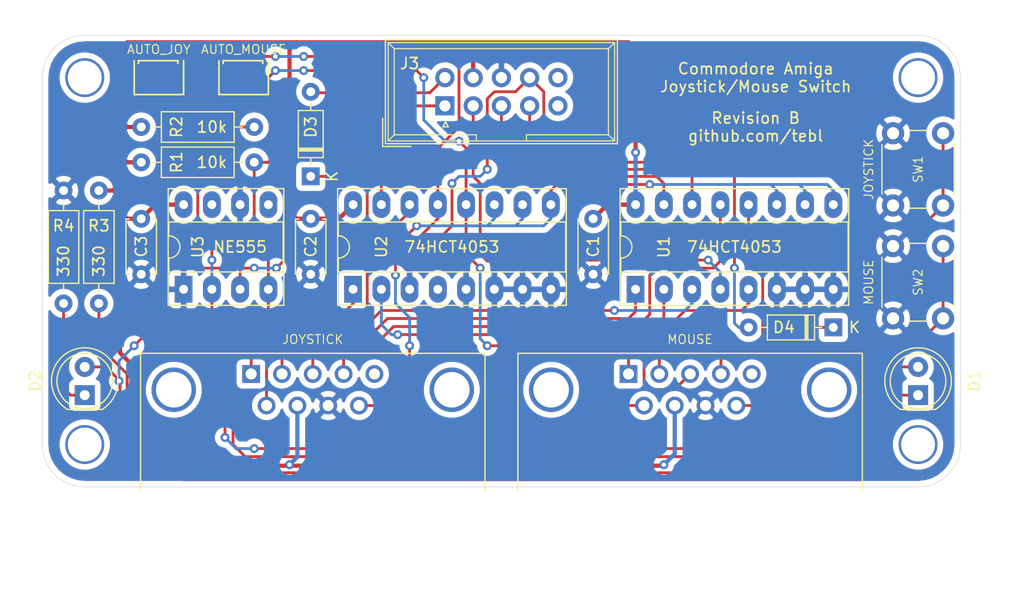
<source format=kicad_pcb>
(kicad_pcb (version 20171130) (host pcbnew "(5.1.8)-1")
  (layers (0 F.Cu signal) (31 B.Cu signal) (34 B.Paste user) (35 F.Paste user) (36 B.SilkS user) (37 F.SilkS user) (38 B.Mask user) (39 F.Mask user) (44 Edge.Cuts user))
  (net 0 "")
  (net 1 /FIRE1)
  (net 2 /RIGHT)
  (net 3 /LEFT)
  (net 4 /DOWN)
  (net 5 /FIRE2)
  (net 6 /UP)
  (net 7 VCC)
  (net 8 GND)
  (net 9 "Net-(D1-Pad2)")
  (net 10 PORT)
  (net 11 "Net-(D2-Pad1)")
  (net 12 /V)
  (net 13 /H)
  (net 14 /VQ)
  (net 15 /HQ)
  (net 16 /LMB)
  (net 17 /RMB)
  (net 18 "Net-(J3-Pad1)")
  (net 19 "Net-(J3-Pad2)")
  (net 20 "Net-(J3-Pad3)")
  (net 21 "Net-(J3-Pad4)")
  (net 22 "Net-(JP1-Pad2)")
  (net 23 "Net-(JP2-Pad2)")
  (net 24 "Net-(D3-Pad1)")
  (net 25 "Net-(D3-Pad2)")
  (module solder_bridge:bridge (layer F.Cu) (at 117.475 75.565 270)
    (fp_text reference JP2 hide)
    (fp_text value AUTO_MOUSE)
    (pad 1 smd rect (at 0 0 270) (size 2 1.5) (layers F.Cu F.Paste F.Mask) (net 16 /LMB))
    (pad 2 smd rect (at 0 1.905 270) (size 2 1.5) (layers F.Cu F.Paste F.Mask) (net 23 "Net-(JP2-Pad2)"))
  )
  (module Capacitor_THT:C_Disc_D4.7mm_W2.5mm_P5.00mm (layer F.Cu) (at 107.315 88.265 270)
    (fp_text reference C3 (at 2.5 0 90) (layer F.SilkS))
    (fp_text value 100nF)
    (pad 1 thru_hole circle (at 0 0 270) (size 1.6 1.6) (drill 0.8) (layers *.Cu *.Mask) (net 7 VCC))
    (pad 2 thru_hole circle (at 5 0 270) (size 1.6 1.6) (drill 0.8) (layers *.Cu *.Mask) (net 8 GND))
  )
  (module IDC_Joystick:IDC_Joystick (layer F.Cu) (at 134.62 78.105 90)
    (fp_text reference J3 (at 3.81 -3.175 180) (layer F.SilkS))
    (fp_text value "Amiga IDC")
    (pad 1 thru_hole rect (at 0 0 90) (size 1.7272 1.7272) (drill 1.016) (layers *.Cu *.Mask) (net 18 "Net-(J3-Pad1)"))
    (pad 2 thru_hole oval (at 0 2.54 90) (size 1.7272 1.7272) (drill 1.016) (layers *.Cu *.Mask) (net 19 "Net-(J3-Pad2)"))
    (pad 3 thru_hole oval (at 0 5.08 90) (size 1.7272 1.7272) (drill 1.016) (layers *.Cu *.Mask) (net 20 "Net-(J3-Pad3)"))
    (pad 4 thru_hole oval (at 0 7.62 90) (size 1.7272 1.7272) (drill 1.016) (layers *.Cu *.Mask) (net 21 "Net-(J3-Pad4)"))
    (pad 5 thru_hole oval (at 0 10.16 90) (size 1.7272 1.7272) (drill 1.016) (layers *.Cu *.Mask))
    (pad 6 thru_hole oval (at 2.54 0 90) (size 1.7272 1.7272) (drill 1.016) (layers *.Cu *.Mask) (net 25 "Net-(D3-Pad2)"))
    (pad 7 thru_hole oval (at 2.54 2.54 90) (size 1.7272 1.7272) (drill 1.016) (layers *.Cu *.Mask) (net 7 VCC))
    (pad 8 thru_hole oval (at 2.54 5.08 90) (size 1.7272 1.7272) (drill 1.016) (layers *.Cu *.Mask) (net 8 GND))
    (pad 9 thru_hole oval (at 2.54 7.62 90) (size 1.7272 1.7272) (drill 1.016) (layers *.Cu *.Mask) (net 5 /FIRE2))
    (pad 10 thru_hole oval (at 2.54 10.16 90) (size 1.7272 1.7272) (drill 1.016) (layers *.Cu *.Mask))
  )
  (module mounting:M3_pin (layer F.Cu) (at 102.235 108.585)
    (fp_text reference M1 hide)
    (fp_text value Mounting hide)
    (pad 1 thru_hole circle (at 0 0) (size 3.5 3.5) (drill 3.048) (layers *.Cu *.Mask))
  )
  (module mounting:M3_pin (layer F.Cu) (at 177.165 75.565)
    (fp_text reference M2 hide)
    (fp_text value Mounting hide)
    (pad 1 thru_hole circle (at 0 0) (size 3.5 3.5) (drill 3.048) (layers *.Cu *.Mask))
  )
  (module mounting:M3_pin (layer F.Cu) (at 102.235 75.565)
    (fp_text reference M3 hide)
    (fp_text value Mounting hide)
    (pad 1 thru_hole circle (at 0 0) (size 3.5 3.5) (drill 3.048) (layers *.Cu *.Mask))
  )
  (module mounting:M3_pin (layer F.Cu) (at 177.165 108.585)
    (fp_text reference M4 hide)
    (fp_text value Mounting hide)
    (pad 1 thru_hole circle (at 0 0) (size 3.5 3.5) (drill 3.048) (layers *.Cu *.Mask))
  )
  (module Capacitor_THT:C_Disc_D4.7mm_W2.5mm_P5.00mm (layer F.Cu) (at 147.955 88.265 270)
    (fp_text reference C1 (at 2.5 0 90) (layer F.SilkS))
    (fp_text value 100nF)
    (pad 1 thru_hole circle (at 0 0 270) (size 1.6 1.6) (drill 0.8) (layers *.Cu *.Mask) (net 7 VCC))
    (pad 2 thru_hole circle (at 5 0 270) (size 1.6 1.6) (drill 0.8) (layers *.Cu *.Mask) (net 8 GND))
  )
  (module Capacitor_THT:C_Disc_D4.7mm_W2.5mm_P5.00mm (layer F.Cu) (at 122.555 88.265 270)
    (fp_text reference C2 (at 2.5 0 90) (layer F.SilkS))
    (fp_text value 100nF)
    (pad 2 thru_hole circle (at 5 0 270) (size 1.6 1.6) (drill 0.8) (layers *.Cu *.Mask) (net 8 GND))
    (pad 1 thru_hole circle (at 0 0 270) (size 1.6 1.6) (drill 0.8) (layers *.Cu *.Mask) (net 7 VCC))
  )
  (module LED_THT:LED_D5.0mm (layer F.Cu) (at 177.165 104.14 90)
    (fp_text reference D1 (at 1.27 5.08 90) (layer F.SilkS))
    (fp_text value MOUSE)
    (pad 2 thru_hole circle (at 2.54 0 90) (size 1.8 1.8) (drill 0.9) (layers *.Cu *.Mask) (net 9 "Net-(D1-Pad2)"))
    (pad 1 thru_hole rect (at 0 0 90) (size 1.8 1.8) (drill 0.9) (layers *.Cu *.Mask) (net 10 PORT))
  )
  (module LED_THT:LED_D5.0mm (layer F.Cu) (at 102.235 104.14 90)
    (fp_text reference D2 (at 1.27 -4.445 90) (layer F.SilkS))
    (fp_text value JOYSTICK)
    (pad 1 thru_hole rect (at 0 0 90) (size 1.8 1.8) (drill 0.9) (layers *.Cu *.Mask) (net 11 "Net-(D2-Pad1)"))
    (pad 2 thru_hole circle (at 2.54 0 90) (size 1.8 1.8) (drill 0.9) (layers *.Cu *.Mask) (net 10 PORT))
  )
  (module RND:DSUB-9_Male_Horizontal_P2.77x2.84mm_EdgePinOffset7.70mm_Housed_MountingHolesOffset9.12mm (layer F.Cu) (at 117.2 102.235)
    (fp_text reference J1 hide)
    (fp_text value JOYSTICK)
    (pad 0 thru_hole circle (at 18.04 1.42) (size 4 4) (drill 3.2) (layers *.Cu *.Mask))
    (pad 0 thru_hole circle (at -6.96 1.42) (size 4 4) (drill 3.2) (layers *.Cu *.Mask))
    (pad 9 thru_hole circle (at 9.695 2.84) (size 1.6 1.6) (drill 1) (layers *.Cu *.Mask) (net 5 /FIRE2))
    (pad 8 thru_hole circle (at 6.925 2.84) (size 1.6 1.6) (drill 1) (layers *.Cu *.Mask) (net 8 GND))
    (pad 7 thru_hole circle (at 4.155 2.84) (size 1.6 1.6) (drill 1) (layers *.Cu *.Mask) (net 7 VCC))
    (pad 6 thru_hole circle (at 1.385 2.84) (size 1.6 1.6) (drill 1) (layers *.Cu *.Mask) (net 1 /FIRE1))
    (pad 5 thru_hole circle (at 11.08 0) (size 1.6 1.6) (drill 1) (layers *.Cu *.Mask))
    (pad 4 thru_hole circle (at 8.31 0) (size 1.6 1.6) (drill 1) (layers *.Cu *.Mask) (net 2 /RIGHT))
    (pad 3 thru_hole circle (at 5.54 0) (size 1.6 1.6) (drill 1) (layers *.Cu *.Mask) (net 3 /LEFT))
    (pad 2 thru_hole circle (at 2.77 0) (size 1.6 1.6) (drill 1) (layers *.Cu *.Mask) (net 4 /DOWN))
    (pad 1 thru_hole rect (at 0 0) (size 1.6 1.6) (drill 1) (layers *.Cu *.Mask) (net 6 /UP))
  )
  (module RND:DSUB-9_Male_Horizontal_P2.77x2.84mm_EdgePinOffset7.70mm_Housed_MountingHolesOffset9.12mm (layer F.Cu) (at 151.13 102.235)
    (fp_text reference J2 hide)
    (fp_text value Mouse)
    (pad 1 thru_hole rect (at 0 0) (size 1.6 1.6) (drill 1) (layers *.Cu *.Mask) (net 12 /V))
    (pad 2 thru_hole circle (at 2.77 0) (size 1.6 1.6) (drill 1) (layers *.Cu *.Mask) (net 13 /H))
    (pad 3 thru_hole circle (at 5.54 0) (size 1.6 1.6) (drill 1) (layers *.Cu *.Mask) (net 14 /VQ))
    (pad 4 thru_hole circle (at 8.31 0) (size 1.6 1.6) (drill 1) (layers *.Cu *.Mask) (net 15 /HQ))
    (pad 5 thru_hole circle (at 11.08 0) (size 1.6 1.6) (drill 1) (layers *.Cu *.Mask))
    (pad 6 thru_hole circle (at 1.385 2.84) (size 1.6 1.6) (drill 1) (layers *.Cu *.Mask) (net 16 /LMB))
    (pad 7 thru_hole circle (at 4.155 2.84) (size 1.6 1.6) (drill 1) (layers *.Cu *.Mask) (net 7 VCC))
    (pad 8 thru_hole circle (at 6.925 2.84) (size 1.6 1.6) (drill 1) (layers *.Cu *.Mask) (net 8 GND))
    (pad 9 thru_hole circle (at 9.695 2.84) (size 1.6 1.6) (drill 1) (layers *.Cu *.Mask) (net 17 /RMB))
    (pad 0 thru_hole circle (at -6.96 1.42) (size 4 4) (drill 3.2) (layers *.Cu *.Mask))
    (pad 0 thru_hole circle (at 18.04 1.42) (size 4 4) (drill 3.2) (layers *.Cu *.Mask))
  )
  (module solder_bridge:bridge (layer F.Cu) (at 109.855 75.565 270)
    (fp_text reference JP1 hide)
    (fp_text value AUTO_JOY)
    (pad 2 smd rect (at 0 1.905 270) (size 2 1.5) (layers F.Cu F.Paste F.Mask) (net 22 "Net-(JP1-Pad2)"))
    (pad 1 smd rect (at 0 0 270) (size 2 1.5) (layers F.Cu F.Paste F.Mask) (net 1 /FIRE1))
  )
  (module Resistor_THT:R_Axial_DIN0207_L6.3mm_D2.5mm_P10.16mm_Horizontal (layer F.Cu) (at 117.475 83.185 180)
    (fp_text reference R1 (at 6.985 0 90) (layer F.SilkS))
    (fp_text value 10k (at 3.81 0) (layer F.SilkS))
    (pad 2 thru_hole oval (at 10.16 0 180) (size 1.6 1.6) (drill 0.8) (layers *.Cu *.Mask) (net 7 VCC))
    (pad 1 thru_hole circle (at 0 0 180) (size 1.6 1.6) (drill 0.8) (layers *.Cu *.Mask) (net 23 "Net-(JP2-Pad2)"))
  )
  (module Resistor_THT:R_Axial_DIN0207_L6.3mm_D2.5mm_P10.16mm_Horizontal (layer F.Cu) (at 117.475 80.01 180)
    (fp_text reference R2 (at 6.985 0 90) (layer F.SilkS))
    (fp_text value 10k (at 3.81 0) (layer F.SilkS))
    (pad 1 thru_hole circle (at 0 0 180) (size 1.6 1.6) (drill 0.8) (layers *.Cu *.Mask) (net 22 "Net-(JP1-Pad2)"))
    (pad 2 thru_hole oval (at 10.16 0 180) (size 1.6 1.6) (drill 0.8) (layers *.Cu *.Mask) (net 7 VCC))
  )
  (module Resistor_THT:R_Axial_DIN0207_L6.3mm_D2.5mm_P10.16mm_Horizontal (layer F.Cu) (at 103.505 95.885 90)
    (fp_text reference R3 (at 6.985 0 180) (layer F.SilkS))
    (fp_text value 330 (at 3.81 0 90) (layer F.SilkS))
    (pad 2 thru_hole oval (at 10.16 0 90) (size 1.6 1.6) (drill 0.8) (layers *.Cu *.Mask) (net 7 VCC))
    (pad 1 thru_hole circle (at 0 0 90) (size 1.6 1.6) (drill 0.8) (layers *.Cu *.Mask) (net 9 "Net-(D1-Pad2)"))
  )
  (module Resistor_THT:R_Axial_DIN0207_L6.3mm_D2.5mm_P10.16mm_Horizontal (layer F.Cu) (at 100.33 85.725 270)
    (fp_text reference R4 (at 3.175 0 180) (layer F.SilkS))
    (fp_text value 330 (at 6.35 0 90) (layer F.SilkS))
    (pad 1 thru_hole circle (at 0 0 270) (size 1.6 1.6) (drill 0.8) (layers *.Cu *.Mask) (net 8 GND))
    (pad 2 thru_hole oval (at 10.16 0 270) (size 1.6 1.6) (drill 0.8) (layers *.Cu *.Mask) (net 11 "Net-(D2-Pad1)"))
  )
  (module Package_DIP:DIP-16_W7.62mm_Socket_LongPads (layer F.Cu) (at 151.765 94.615 90)
    (fp_text reference U1 (at 3.81 2.54 270) (layer F.SilkS))
    (fp_text value 74HCT4053 (at 3.81 8.89 180) (layer F.SilkS))
    (pad 16 thru_hole oval (at 7.62 0 90) (size 2.4 1.6) (drill 0.8) (layers *.Cu *.Mask) (net 7 VCC))
    (pad 8 thru_hole oval (at 0 17.78 90) (size 2.4 1.6) (drill 0.8) (layers *.Cu *.Mask) (net 8 GND))
    (pad 15 thru_hole oval (at 7.62 2.54 90) (size 2.4 1.6) (drill 0.8) (layers *.Cu *.Mask) (net 20 "Net-(J3-Pad3)"))
    (pad 7 thru_hole oval (at 0 15.24 90) (size 2.4 1.6) (drill 0.8) (layers *.Cu *.Mask) (net 8 GND))
    (pad 14 thru_hole oval (at 7.62 5.08 90) (size 2.4 1.6) (drill 0.8) (layers *.Cu *.Mask) (net 21 "Net-(J3-Pad4)"))
    (pad 6 thru_hole oval (at 0 12.7 90) (size 2.4 1.6) (drill 0.8) (layers *.Cu *.Mask) (net 8 GND))
    (pad 13 thru_hole oval (at 7.62 7.62 90) (size 2.4 1.6) (drill 0.8) (layers *.Cu *.Mask) (net 2 /RIGHT))
    (pad 5 thru_hole oval (at 0 10.16 90) (size 2.4 1.6) (drill 0.8) (layers *.Cu *.Mask) (net 13 /H))
    (pad 12 thru_hole oval (at 7.62 10.16 90) (size 2.4 1.6) (drill 0.8) (layers *.Cu *.Mask) (net 15 /HQ))
    (pad 4 thru_hole oval (at 0 7.62 90) (size 2.4 1.6) (drill 0.8) (layers *.Cu *.Mask) (net 19 "Net-(J3-Pad2)"))
    (pad 11 thru_hole oval (at 7.62 12.7 90) (size 2.4 1.6) (drill 0.8) (layers *.Cu *.Mask) (net 10 PORT))
    (pad 3 thru_hole oval (at 0 5.08 90) (size 2.4 1.6) (drill 0.8) (layers *.Cu *.Mask) (net 4 /DOWN))
    (pad 10 thru_hole oval (at 7.62 15.24 90) (size 2.4 1.6) (drill 0.8) (layers *.Cu *.Mask) (net 10 PORT))
    (pad 2 thru_hole oval (at 0 2.54 90) (size 2.4 1.6) (drill 0.8) (layers *.Cu *.Mask) (net 14 /VQ))
    (pad 9 thru_hole oval (at 7.62 17.78 90) (size 2.4 1.6) (drill 0.8) (layers *.Cu *.Mask) (net 10 PORT))
    (pad 1 thru_hole rect (at 0 0 90) (size 2.4 1.6) (drill 0.8) (layers *.Cu *.Mask) (net 3 /LEFT))
  )
  (module Package_DIP:DIP-16_W7.62mm_Socket_LongPads (layer F.Cu) (at 126.365 94.615 90)
    (fp_text reference U2 (at 3.81 2.54 270) (layer F.SilkS))
    (fp_text value 74HCT4053 (at 3.81 8.89 180) (layer F.SilkS))
    (pad 1 thru_hole rect (at 0 0 90) (size 2.4 1.6) (drill 0.8) (layers *.Cu *.Mask) (net 6 /UP))
    (pad 9 thru_hole oval (at 7.62 17.78 90) (size 2.4 1.6) (drill 0.8) (layers *.Cu *.Mask) (net 10 PORT))
    (pad 2 thru_hole oval (at 0 2.54 90) (size 2.4 1.6) (drill 0.8) (layers *.Cu *.Mask) (net 12 /V))
    (pad 10 thru_hole oval (at 7.62 15.24 90) (size 2.4 1.6) (drill 0.8) (layers *.Cu *.Mask) (net 10 PORT))
    (pad 3 thru_hole oval (at 0 5.08 90) (size 2.4 1.6) (drill 0.8) (layers *.Cu *.Mask) (net 8 GND))
    (pad 11 thru_hole oval (at 7.62 12.7 90) (size 2.4 1.6) (drill 0.8) (layers *.Cu *.Mask) (net 10 PORT))
    (pad 4 thru_hole oval (at 0 7.62 90) (size 2.4 1.6) (drill 0.8) (layers *.Cu *.Mask))
    (pad 12 thru_hole oval (at 7.62 10.16 90) (size 2.4 1.6) (drill 0.8) (layers *.Cu *.Mask) (net 16 /LMB))
    (pad 5 thru_hole oval (at 0 10.16 90) (size 2.4 1.6) (drill 0.8) (layers *.Cu *.Mask) (net 8 GND))
    (pad 13 thru_hole oval (at 7.62 7.62 90) (size 2.4 1.6) (drill 0.8) (layers *.Cu *.Mask) (net 1 /FIRE1))
    (pad 6 thru_hole oval (at 0 12.7 90) (size 2.4 1.6) (drill 0.8) (layers *.Cu *.Mask) (net 8 GND))
    (pad 14 thru_hole oval (at 7.62 5.08 90) (size 2.4 1.6) (drill 0.8) (layers *.Cu *.Mask) (net 24 "Net-(D3-Pad1)"))
    (pad 7 thru_hole oval (at 0 15.24 90) (size 2.4 1.6) (drill 0.8) (layers *.Cu *.Mask) (net 8 GND))
    (pad 15 thru_hole oval (at 7.62 2.54 90) (size 2.4 1.6) (drill 0.8) (layers *.Cu *.Mask) (net 18 "Net-(J3-Pad1)"))
    (pad 8 thru_hole oval (at 0 17.78 90) (size 2.4 1.6) (drill 0.8) (layers *.Cu *.Mask) (net 8 GND))
    (pad 16 thru_hole oval (at 7.62 0 90) (size 2.4 1.6) (drill 0.8) (layers *.Cu *.Mask) (net 7 VCC))
  )
  (module Package_DIP:DIP-8_W7.62mm_Socket_LongPads (layer F.Cu) (at 111.125 94.615 90)
    (fp_text reference U3 (at 3.81 1.27 90) (layer F.SilkS))
    (fp_text value NE555 (at 3.81 5.08 180) (layer F.SilkS))
    (pad 1 thru_hole rect (at 0 0 90) (size 2.4 1.6) (drill 0.8) (layers *.Cu *.Mask) (net 8 GND))
    (pad 5 thru_hole oval (at 7.62 7.62 90) (size 2.4 1.6) (drill 0.8) (layers *.Cu *.Mask))
    (pad 2 thru_hole oval (at 0 2.54 90) (size 2.4 1.6) (drill 0.8) (layers *.Cu *.Mask) (net 22 "Net-(JP1-Pad2)"))
    (pad 6 thru_hole oval (at 7.62 5.08 90) (size 2.4 1.6) (drill 0.8) (layers *.Cu *.Mask) (net 8 GND))
    (pad 3 thru_hole oval (at 0 5.08 90) (size 2.4 1.6) (drill 0.8) (layers *.Cu *.Mask) (net 10 PORT))
    (pad 7 thru_hole oval (at 7.62 2.54 90) (size 2.4 1.6) (drill 0.8) (layers *.Cu *.Mask))
    (pad 4 thru_hole oval (at 0 7.62 90) (size 2.4 1.6) (drill 0.8) (layers *.Cu *.Mask) (net 23 "Net-(JP2-Pad2)"))
    (pad 8 thru_hole oval (at 7.62 0 90) (size 2.4 1.6) (drill 0.8) (layers *.Cu *.Mask) (net 7 VCC))
  )
  (module switch_cutout:SW_PUSH_6mm (layer F.Cu) (at 177.165 83.82 90)
    (fp_text reference SW1 hide)
    (fp_text value JOY_SEL)
    (fp_text user %R (at 0 0 90) (layer F.SilkS) (effects (font (size 0.8 0.8) (thickness 0.1))))
    (pad 2 thru_hole circle (at -3.25 2.25 180) (size 2 2) (drill 1.1) (layers *.Cu *.Mask) (net 22 "Net-(JP1-Pad2)"))
    (pad 1 thru_hole circle (at -3.25 -2.25 180) (size 2 2) (drill 1.1) (layers *.Cu *.Mask) (net 8 GND))
    (pad 2 thru_hole circle (at 3.25 2.25 180) (size 2 2) (drill 1.1) (layers *.Cu *.Mask) (net 22 "Net-(JP1-Pad2)"))
    (pad 1 thru_hole circle (at 3.25 -2.25 180) (size 2 2) (drill 1.1) (layers *.Cu *.Mask) (net 8 GND))
  )
  (module switch_cutout:SW_PUSH_6mm (layer F.Cu) (at 177.165 93.98 90)
    (fp_text reference SW2 hide)
    (fp_text value MOUSE_SEL)
    (fp_text user %R (at 0 0 90) (layer F.SilkS) (effects (font (size 0.8 0.8) (thickness 0.1))))
    (pad 1 thru_hole circle (at 3.25 -2.25 180) (size 2 2) (drill 1.1) (layers *.Cu *.Mask) (net 8 GND))
    (pad 2 thru_hole circle (at 3.25 2.25 180) (size 2 2) (drill 1.1) (layers *.Cu *.Mask) (net 23 "Net-(JP2-Pad2)"))
    (pad 1 thru_hole circle (at -3.25 -2.25 180) (size 2 2) (drill 1.1) (layers *.Cu *.Mask) (net 8 GND))
    (pad 2 thru_hole circle (at -3.25 2.25 180) (size 2 2) (drill 1.1) (layers *.Cu *.Mask) (net 23 "Net-(JP2-Pad2)"))
  )
  (module Diode_THT:D_DO-35_SOD27_P7.62mm_Horizontal (layer F.Cu) (at 122.555 84.455 90)
    (fp_text reference D3 (at 4.445 0 90) (layer F.SilkS))
    (fp_text value 1n4148)
    (fp_text user K (at 0 1.905 90) (layer F.SilkS))
    (pad 1 thru_hole rect (at 0 0 90) (size 1.6 1.6) (drill 0.8) (layers *.Cu *.Mask) (net 24 "Net-(D3-Pad1)"))
    (pad 2 thru_hole oval (at 7.62 0 90) (size 1.6 1.6) (drill 0.8) (layers *.Cu *.Mask) (net 25 "Net-(D3-Pad2)"))
  )
  (module Diode_THT:D_DO-35_SOD27_P7.62mm_Horizontal (layer F.Cu) (at 169.545 98.044 180)
    (fp_text reference D4 (at 4.445 0) (layer F.SilkS))
    (fp_text value 1n4148)
    (fp_text user K (at -1.905 0) (layer F.SilkS))
    (pad 1 thru_hole rect (at 0 0 180) (size 1.6 1.6) (drill 0.8) (layers *.Cu *.Mask) (net 17 /RMB))
    (pad 2 thru_hole oval (at 7.62 0 180) (size 1.6 1.6) (drill 0.8) (layers *.Cu *.Mask) (net 5 /FIRE2))
  )
  (gr_text AUTO_MOUSE (at 116.5225 73.025) (layer F.SilkS) (effects (font (size 0.8 0.8) (thickness 0.1))))
  (gr_text AUTO_JOY (at 108.9025 73.025) (layer F.SilkS) (effects (font (size 0.8 0.8) (thickness 0.1))))
  (gr_text JOYSTICK (at 172.72 83.82 90) (layer F.SilkS) (effects (font (size 0.8 0.8) (thickness 0.1))))
  (gr_text MOUSE (at 172.72 93.98 90) (layer F.SilkS) (effects (font (size 0.8 0.8) (thickness 0.1))))
  (gr_text "Revision B\ngithub.com/tebl" (at 162.56 80.01) (layer F.SilkS) (effects (font (size 1 1))))
  (gr_text "Commodore Amiga\nJoystick/Mouse Switch" (at 162.56 75.565) (layer F.SilkS) (effects (font (size 1 1))))
  (gr_text MOUSE (at 156.6545 99.1235) (layer F.SilkS) (effects (font (size 0.8 0.8) (thickness 0.1))))
  (gr_text JOYSTICK (at 122.7455 99.1235) (layer F.SilkS) (effects (font (size 0.8 0.8) (thickness 0.1))))
  (gr_arc (start 177.165 108.585) (end 177.165 112.395) (angle -90) (layer Edge.Cuts) (width 0.05))
  (gr_arc (start 177.165 75.565) (end 180.975 75.565) (angle -90) (layer Edge.Cuts) (width 0.05))
  (gr_arc (start 102.235 75.565) (end 102.235 71.755) (angle -90) (layer Edge.Cuts) (width 0.05))
  (gr_arc (start 102.235 108.585) (end 98.425 108.585) (angle -90) (layer Edge.Cuts) (width 0.05))
  (gr_line (start 177.165 112.395) (end 102.235 112.395) (layer Edge.Cuts) (width 0.05))
  (gr_line (start 180.975 75.565) (end 180.975 108.585) (layer Edge.Cuts) (width 0.05))
  (gr_line (start 102.235 71.755) (end 177.165 71.755) (layer Edge.Cuts) (width 0.05))
  (gr_line (start 98.425 108.585) (end 98.425 75.565) (layer Edge.Cuts) (width 0.05))
  (segment (start 121.285 97.155) (end 118.585 99.855) (width 0.25) (layer F.Cu) (net 1))
  (segment (start 127 97.155) (end 121.285 97.155) (width 0.25) (layer F.Cu) (net 1))
  (segment (start 127.635 96.52) (end 127 97.155) (width 0.25) (layer F.Cu) (net 1))
  (segment (start 127.635 90.805) (end 127.635 96.52) (width 0.25) (layer F.Cu) (net 1))
  (segment (start 118.585 99.855) (end 118.585 105.075) (width 0.25) (layer F.Cu) (net 1))
  (segment (start 128.27 90.17) (end 127.635 90.805) (width 0.25) (layer F.Cu) (net 1))
  (segment (start 132.08 90.17) (end 128.27 90.17) (width 0.25) (layer F.Cu) (net 1))
  (segment (start 133.985 88.265) (end 132.08 90.17) (width 0.25) (layer F.Cu) (net 1))
  (segment (start 133.985 86.995) (end 133.985 88.265) (width 0.25) (layer F.Cu) (net 1))
  (via (at 119.38 73.66) (size 0.8) (drill 0.4) (layers F.Cu B.Cu) (net 1))
  (segment (start 109.855 75.565) (end 111.76 73.66) (width 0.25) (layer F.Cu) (net 1))
  (segment (start 111.76 73.66) (end 119.38 73.66) (width 0.25) (layer F.Cu) (net 1))
  (segment (start 119.38 73.66) (end 121.92 73.66) (width 0.25) (layer B.Cu) (net 1))
  (via (at 121.92 73.66) (size 0.8) (drill 0.4) (layers F.Cu B.Cu) (net 1))
  (segment (start 135.255 73.66) (end 121.92 73.66) (width 0.25) (layer F.Cu) (net 1))
  (segment (start 135.89 80.01) (end 135.89 74.295) (width 0.25) (layer F.Cu) (net 1))
  (segment (start 133.985 81.915) (end 135.89 80.01) (width 0.25) (layer F.Cu) (net 1))
  (segment (start 135.89 74.295) (end 135.255 73.66) (width 0.25) (layer F.Cu) (net 1))
  (segment (start 133.985 86.995) (end 133.985 81.915) (width 0.25) (layer F.Cu) (net 1))
  (segment (start 125.51 99.915) (end 125.51 102.235) (width 0.25) (layer F.Cu) (net 2))
  (segment (start 126.365 99.06) (end 125.51 99.915) (width 0.25) (layer F.Cu) (net 2))
  (segment (start 128.905 99.06) (end 126.365 99.06) (width 0.25) (layer F.Cu) (net 2))
  (segment (start 129.994999 97.970001) (end 128.905 99.06) (width 0.25) (layer F.Cu) (net 2))
  (segment (start 151.945001 97.970001) (end 129.994999 97.970001) (width 0.25) (layer F.Cu) (net 2))
  (segment (start 153.035 96.880002) (end 151.945001 97.970001) (width 0.25) (layer F.Cu) (net 2))
  (segment (start 153.035 93.345) (end 153.67 92.71) (width 0.25) (layer F.Cu) (net 2))
  (segment (start 153.035 93.345) (end 153.035 96.880002) (width 0.25) (layer F.Cu) (net 2))
  (segment (start 153.67 92.71) (end 158.75 92.71) (width 0.25) (layer F.Cu) (net 2))
  (segment (start 158.75 92.71) (end 159.385 92.075) (width 0.25) (layer F.Cu) (net 2))
  (segment (start 159.385 92.075) (end 159.385 86.995) (width 0.25) (layer F.Cu) (net 2))
  (segment (start 122.74 99.51) (end 122.74 102.235) (width 0.25) (layer F.Cu) (net 3))
  (segment (start 123.825 98.425) (end 122.74 99.51) (width 0.25) (layer F.Cu) (net 3))
  (segment (start 128.27 98.425) (end 123.825 98.425) (width 0.25) (layer F.Cu) (net 3))
  (segment (start 129.45 97.245) (end 128.27 98.425) (width 0.25) (layer F.Cu) (net 3))
  (segment (start 151.765 96.61) (end 151.13 97.245) (width 0.25) (layer F.Cu) (net 3))
  (segment (start 151.13 97.245) (end 129.45 97.245) (width 0.25) (layer F.Cu) (net 3))
  (segment (start 151.765 94.615) (end 151.765 96.61) (width 0.25) (layer F.Cu) (net 3))
  (segment (start 127.635 97.79) (end 128.905 96.52) (width 0.25) (layer F.Cu) (net 4))
  (segment (start 121.92 97.79) (end 127.635 97.79) (width 0.25) (layer F.Cu) (net 4))
  (segment (start 119.97 99.74) (end 121.92 97.79) (width 0.25) (layer F.Cu) (net 4))
  (segment (start 119.97 102.235) (end 119.97 99.74) (width 0.25) (layer F.Cu) (net 4))
  (via (at 149.86 96.52) (size 0.8) (drill 0.4) (layers F.Cu B.Cu) (net 4))
  (segment (start 128.905 96.52) (end 149.86 96.52) (width 0.25) (layer F.Cu) (net 4))
  (segment (start 156.845 95.885) (end 156.845 94.615) (width 0.25) (layer B.Cu) (net 4))
  (segment (start 156.21 96.52) (end 156.845 95.885) (width 0.25) (layer B.Cu) (net 4))
  (segment (start 149.86 96.52) (end 156.21 96.52) (width 0.25) (layer B.Cu) (net 4))
  (via (at 131.445 99.695) (size 0.8) (drill 0.4) (layers F.Cu B.Cu) (net 5))
  (segment (start 130.51 105.075) (end 131.445 104.14) (width 0.25) (layer F.Cu) (net 5))
  (segment (start 126.895 105.075) (end 130.51 105.075) (width 0.25) (layer F.Cu) (net 5))
  (segment (start 131.445 104.14) (end 131.445 99.695) (width 0.25) (layer F.Cu) (net 5))
  (via (at 135.255 85.09) (size 0.8) (drill 0.4) (layers F.Cu B.Cu) (net 5))
  (segment (start 138.43 77.47) (end 138.43 83.82) (width 0.25) (layer F.Cu) (net 5))
  (segment (start 140.97 76.835) (end 139.065 76.835) (width 0.25) (layer F.Cu) (net 5))
  (segment (start 142.24 75.565) (end 140.97 76.835) (width 0.25) (layer F.Cu) (net 5))
  (segment (start 139.065 76.835) (end 138.43 77.47) (width 0.25) (layer F.Cu) (net 5))
  (via (at 138.43 83.82) (size 0.8) (drill 0.4) (layers F.Cu B.Cu) (net 5))
  (segment (start 137.795 84.455) (end 138.43 83.82) (width 0.25) (layer B.Cu) (net 5))
  (segment (start 135.89 84.455) (end 137.795 84.455) (width 0.25) (layer B.Cu) (net 5))
  (segment (start 135.255 85.09) (end 135.89 84.455) (width 0.25) (layer B.Cu) (net 5))
  (segment (start 131.445 99.695) (end 131.445 98.696846) (width 0.25) (layer B.Cu) (net 5))
  (segment (start 131.445 98.696846) (end 131.445 97.155) (width 0.25) (layer B.Cu) (net 5))
  (via (at 130.175 93.345) (size 0.8) (drill 0.4) (layers F.Cu B.Cu) (net 5))
  (segment (start 130.175 95.885) (end 130.175 93.345) (width 0.25) (layer B.Cu) (net 5))
  (segment (start 131.445 97.155) (end 130.175 95.885) (width 0.25) (layer B.Cu) (net 5))
  (segment (start 135.255 88.9) (end 135.255 85.09) (width 0.25) (layer F.Cu) (net 5))
  (segment (start 133.35 90.805) (end 135.255 88.9) (width 0.25) (layer F.Cu) (net 5))
  (segment (start 130.81 90.805) (end 133.35 90.805) (width 0.25) (layer F.Cu) (net 5))
  (segment (start 130.175 91.44) (end 130.81 90.805) (width 0.25) (layer F.Cu) (net 5))
  (segment (start 130.175 93.345) (end 130.175 91.44) (width 0.25) (layer F.Cu) (net 5))
  (via (at 160.655 92.71) (size 0.8) (drill 0.4) (layers F.Cu B.Cu) (net 5))
  (segment (start 160.655 83.82) (end 160.655 92.71) (width 0.25) (layer F.Cu) (net 5))
  (segment (start 160.02 83.185) (end 160.655 83.82) (width 0.25) (layer F.Cu) (net 5))
  (segment (start 144.145 83.185) (end 160.02 83.185) (width 0.25) (layer F.Cu) (net 5))
  (segment (start 143.51 82.55) (end 144.145 83.185) (width 0.25) (layer F.Cu) (net 5))
  (segment (start 143.51 76.835) (end 143.51 82.55) (width 0.25) (layer F.Cu) (net 5))
  (segment (start 142.24 75.565) (end 143.51 76.835) (width 0.25) (layer F.Cu) (net 5))
  (segment (start 161.036 98.044) (end 161.925 98.044) (width 0.25) (layer B.Cu) (net 5))
  (segment (start 160.655 97.663) (end 161.036 98.044) (width 0.25) (layer B.Cu) (net 5))
  (segment (start 160.655 92.71) (end 160.655 97.663) (width 0.25) (layer B.Cu) (net 5))
  (segment (start 117.2 102.235) (end 117.2 99.97) (width 0.25) (layer F.Cu) (net 6))
  (segment (start 126.365 94.615) (end 126.365 95.885) (width 0.25) (layer F.Cu) (net 6))
  (segment (start 125.73 96.52) (end 120.65 96.52) (width 0.25) (layer F.Cu) (net 6))
  (segment (start 126.365 95.885) (end 125.73 96.52) (width 0.25) (layer F.Cu) (net 6))
  (segment (start 117.2 99.97) (end 120.65 96.52) (width 0.25) (layer F.Cu) (net 6))
  (segment (start 137.16 75.565) (end 137.16 73.025) (width 0.381) (layer F.Cu) (net 7))
  (segment (start 136.525 72.39) (end 127 72.39) (width 0.381) (layer F.Cu) (net 7))
  (segment (start 137.16 73.025) (end 137.16 72.39) (width 0.381) (layer F.Cu) (net 7))
  (segment (start 136.525 72.39) (end 137.16 72.39) (width 0.381) (layer F.Cu) (net 7))
  (segment (start 106.045 72.39) (end 107.315 72.39) (width 0.381) (layer F.Cu) (net 7))
  (segment (start 105.41 73.025) (end 106.045 72.39) (width 0.381) (layer F.Cu) (net 7))
  (segment (start 106.045 88.265) (end 105.41 87.63) (width 0.381) (layer F.Cu) (net 7))
  (segment (start 107.315 88.265) (end 106.045 88.265) (width 0.381) (layer F.Cu) (net 7))
  (segment (start 105.41 85.725) (end 105.41 87.63) (width 0.381) (layer F.Cu) (net 7))
  (segment (start 104.775 85.725) (end 105.41 85.09) (width 0.381) (layer F.Cu) (net 7))
  (segment (start 105.41 85.725) (end 105.41 85.09) (width 0.381) (layer F.Cu) (net 7))
  (segment (start 103.505 85.725) (end 104.775 85.725) (width 0.381) (layer F.Cu) (net 7))
  (segment (start 105.41 81.28) (end 105.41 80.645) (width 0.381) (layer F.Cu) (net 7))
  (segment (start 121.355 109.69499) (end 120.65 110.39999) (width 0.381) (layer B.Cu) (net 7))
  (segment (start 155.285 105.075) (end 155.285 109.41999) (width 0.381) (layer B.Cu) (net 7))
  (segment (start 121.355 105.075) (end 121.355 109.69499) (width 0.381) (layer B.Cu) (net 7))
  (via (at 154.305 110.39999) (size 0.8) (drill 0.4) (layers F.Cu B.Cu) (net 7))
  (via (at 120.65 110.39999) (size 0.8) (drill 0.4) (layers F.Cu B.Cu) (net 7))
  (segment (start 155.285 109.41999) (end 154.305 110.39999) (width 0.381) (layer B.Cu) (net 7))
  (segment (start 154.21499 110.49) (end 154.305 110.39999) (width 0.381) (layer F.Cu) (net 7))
  (segment (start 112.395 110.49) (end 154.21499 110.49) (width 0.381) (layer F.Cu) (net 7))
  (segment (start 107.315 105.41) (end 112.395 110.49) (width 0.381) (layer F.Cu) (net 7))
  (segment (start 105.41 100.33) (end 107.315 102.235) (width 0.381) (layer F.Cu) (net 7))
  (segment (start 107.315 102.235) (end 107.315 105.41) (width 0.381) (layer F.Cu) (net 7))
  (segment (start 105.41 87.63) (end 105.41 100.33) (width 0.381) (layer F.Cu) (net 7))
  (segment (start 108.585 86.995) (end 107.315 88.265) (width 0.381) (layer F.Cu) (net 7))
  (segment (start 111.125 86.995) (end 108.585 86.995) (width 0.381) (layer F.Cu) (net 7))
  (segment (start 149.225 86.995) (end 147.955 88.265) (width 0.381) (layer F.Cu) (net 7))
  (segment (start 151.765 86.995) (end 149.225 86.995) (width 0.381) (layer F.Cu) (net 7))
  (segment (start 105.41 79.375) (end 105.41 73.025) (width 0.381) (layer F.Cu) (net 7))
  (segment (start 105.41 80.645) (end 105.41 79.375) (width 0.381) (layer F.Cu) (net 7))
  (segment (start 106.045 80.01) (end 105.41 79.375) (width 0.381) (layer F.Cu) (net 7))
  (segment (start 107.315 80.01) (end 106.045 80.01) (width 0.381) (layer F.Cu) (net 7))
  (segment (start 106.045 83.185) (end 105.41 82.55) (width 0.381) (layer F.Cu) (net 7))
  (segment (start 105.41 82.55) (end 105.41 81.28) (width 0.381) (layer F.Cu) (net 7))
  (segment (start 107.315 83.185) (end 106.045 83.185) (width 0.381) (layer F.Cu) (net 7))
  (segment (start 105.41 85.09) (end 105.41 82.55) (width 0.381) (layer F.Cu) (net 7))
  (segment (start 121.285 72.39) (end 107.315 72.39) (width 0.381) (layer F.Cu) (net 7))
  (segment (start 127 72.39) (end 121.285 72.39) (width 0.381) (layer F.Cu) (net 7))
  (segment (start 120.65 87.63) (end 120.65 73.025) (width 0.381) (layer F.Cu) (net 7))
  (segment (start 120.65 73.025) (end 121.285 72.39) (width 0.381) (layer F.Cu) (net 7))
  (segment (start 121.285 88.265) (end 120.65 87.63) (width 0.381) (layer F.Cu) (net 7))
  (segment (start 122.555 88.265) (end 121.285 88.265) (width 0.381) (layer F.Cu) (net 7))
  (segment (start 125.095 88.265) (end 126.365 86.995) (width 0.381) (layer F.Cu) (net 7))
  (segment (start 122.555 88.265) (end 125.095 88.265) (width 0.381) (layer F.Cu) (net 7))
  (segment (start 151.765 73.025) (end 151.765 82.296) (width 0.381) (layer F.Cu) (net 7))
  (segment (start 151.13 72.39) (end 151.765 73.025) (width 0.381) (layer F.Cu) (net 7))
  (segment (start 137.16 72.39) (end 151.13 72.39) (width 0.381) (layer F.Cu) (net 7))
  (segment (start 151.765 86.995) (end 151.765 82.296) (width 0.381) (layer B.Cu) (net 7))
  (via (at 151.765 82.296) (size 0.8) (drill 0.4) (layers F.Cu B.Cu) (net 7))
  (segment (start 174.625 101.6) (end 177.165 101.6) (width 0.25) (layer F.Cu) (net 9))
  (segment (start 173.355 102.87) (end 174.625 101.6) (width 0.25) (layer F.Cu) (net 9))
  (segment (start 171.45 111.125) (end 173.355 109.22) (width 0.25) (layer F.Cu) (net 9))
  (segment (start 111.76 111.125) (end 171.45 111.125) (width 0.25) (layer F.Cu) (net 9))
  (segment (start 106.045 105.41) (end 111.76 111.125) (width 0.25) (layer F.Cu) (net 9))
  (segment (start 106.045 102.235) (end 106.045 105.41) (width 0.25) (layer F.Cu) (net 9))
  (segment (start 103.505 99.695) (end 106.045 102.235) (width 0.25) (layer F.Cu) (net 9))
  (segment (start 173.355 109.22) (end 173.355 102.87) (width 0.25) (layer F.Cu) (net 9))
  (segment (start 103.505 95.885) (end 103.505 99.695) (width 0.25) (layer F.Cu) (net 9))
  (segment (start 104.14 101.6) (end 105.41 102.87) (width 0.25) (layer F.Cu) (net 10))
  (segment (start 102.235 101.6) (end 104.14 101.6) (width 0.25) (layer F.Cu) (net 10))
  (via (at 105.32 102.87) (size 0.8) (drill 0.4) (layers F.Cu B.Cu) (net 10))
  (segment (start 105.41 102.87) (end 105.32 102.87) (width 0.25) (layer F.Cu) (net 10))
  (via (at 106.68 99.695) (size 0.8) (drill 0.4) (layers F.Cu B.Cu) (net 10))
  (segment (start 105.32 101.055) (end 106.68 99.695) (width 0.25) (layer B.Cu) (net 10))
  (segment (start 105.32 102.87) (end 105.32 101.055) (width 0.25) (layer B.Cu) (net 10))
  (segment (start 173.99 109.855) (end 173.99 104.775) (width 0.25) (layer F.Cu) (net 10))
  (segment (start 172.085 111.76) (end 173.99 109.855) (width 0.25) (layer F.Cu) (net 10))
  (segment (start 111.125 111.76) (end 172.085 111.76) (width 0.25) (layer F.Cu) (net 10))
  (segment (start 105.41 106.045) (end 111.125 111.76) (width 0.25) (layer F.Cu) (net 10))
  (segment (start 105.41 102.87) (end 105.41 106.045) (width 0.25) (layer F.Cu) (net 10))
  (via (at 153.035 85.18) (size 0.8) (drill 0.4) (layers F.Cu B.Cu) (net 10))
  (segment (start 153.035 85.18) (end 163.92 85.18) (width 0.25) (layer B.Cu) (net 10))
  (segment (start 164.465 85.725) (end 164.465 86.995) (width 0.25) (layer B.Cu) (net 10))
  (segment (start 163.92 85.18) (end 164.465 85.725) (width 0.25) (layer B.Cu) (net 10))
  (segment (start 173.99 104.775) (end 174.625 104.14) (width 0.25) (layer F.Cu) (net 10))
  (segment (start 174.625 104.14) (end 177.165 104.14) (width 0.25) (layer F.Cu) (net 10))
  (segment (start 139.065 86.995) (end 139.065 88.265) (width 0.25) (layer B.Cu) (net 10))
  (segment (start 138.43 88.9) (end 132.08 88.9) (width 0.25) (layer B.Cu) (net 10))
  (via (at 132.08 88.9) (size 0.8) (drill 0.4) (layers F.Cu B.Cu) (net 10))
  (segment (start 139.065 88.265) (end 138.43 88.9) (width 0.25) (layer B.Cu) (net 10))
  (via (at 119.47 92.71) (size 0.8) (drill 0.4) (layers F.Cu B.Cu) (net 10))
  (via (at 117.475 92.71) (size 0.8) (drill 0.4) (layers F.Cu B.Cu) (net 10))
  (segment (start 119.47 92.71) (end 117.475 92.71) (width 0.25) (layer B.Cu) (net 10))
  (segment (start 116.205 92.71) (end 116.205 94.615) (width 0.25) (layer F.Cu) (net 10))
  (segment (start 117.475 92.71) (end 116.205 92.71) (width 0.25) (layer F.Cu) (net 10))
  (segment (start 109.855 92.71) (end 116.205 92.71) (width 0.25) (layer F.Cu) (net 10))
  (segment (start 109.22 93.345) (end 109.855 92.71) (width 0.25) (layer F.Cu) (net 10))
  (segment (start 109.22 97.155) (end 109.22 93.345) (width 0.25) (layer F.Cu) (net 10))
  (segment (start 106.68 99.695) (end 109.22 97.155) (width 0.25) (layer F.Cu) (net 10))
  (segment (start 144.145 88.265) (end 144.145 86.995) (width 0.25) (layer B.Cu) (net 10))
  (segment (start 143.51 88.9) (end 144.145 88.265) (width 0.25) (layer B.Cu) (net 10))
  (segment (start 141.605 86.995) (end 141.605 88.265) (width 0.25) (layer B.Cu) (net 10))
  (segment (start 140.97 88.9) (end 143.51 88.9) (width 0.25) (layer B.Cu) (net 10))
  (segment (start 141.605 88.265) (end 140.97 88.9) (width 0.25) (layer B.Cu) (net 10))
  (segment (start 138.43 88.9) (end 140.97 88.9) (width 0.25) (layer B.Cu) (net 10))
  (segment (start 163.92 85.18) (end 166.46 85.18) (width 0.25) (layer B.Cu) (net 10))
  (segment (start 167.005 85.725) (end 167.005 86.995) (width 0.25) (layer B.Cu) (net 10))
  (segment (start 166.46 85.18) (end 167.005 85.725) (width 0.25) (layer B.Cu) (net 10))
  (segment (start 166.46 85.18) (end 169 85.18) (width 0.25) (layer B.Cu) (net 10))
  (segment (start 169.545 85.725) (end 169.545 86.995) (width 0.25) (layer B.Cu) (net 10))
  (segment (start 169 85.18) (end 169.545 85.725) (width 0.25) (layer B.Cu) (net 10))
  (segment (start 150.585 85.18) (end 153.035 85.18) (width 0.25) (layer F.Cu) (net 10))
  (segment (start 144.69 85.18) (end 150.585 85.18) (width 0.25) (layer F.Cu) (net 10))
  (segment (start 144.145 85.725) (end 144.69 85.18) (width 0.25) (layer F.Cu) (net 10))
  (segment (start 144.145 86.995) (end 144.145 85.725) (width 0.25) (layer F.Cu) (net 10))
  (segment (start 120.74 91.44) (end 119.47 92.71) (width 0.25) (layer F.Cu) (net 10))
  (segment (start 125.73 91.44) (end 120.74 91.44) (width 0.25) (layer F.Cu) (net 10))
  (segment (start 131.445 89.535) (end 127.635 89.535) (width 0.25) (layer F.Cu) (net 10))
  (segment (start 127.635 89.535) (end 125.73 91.44) (width 0.25) (layer F.Cu) (net 10))
  (segment (start 132.08 88.9) (end 131.445 89.535) (width 0.25) (layer F.Cu) (net 10))
  (segment (start 100.33 97.155) (end 100.33 103.505) (width 0.25) (layer F.Cu) (net 11))
  (segment (start 100.965 104.14) (end 102.235 104.14) (width 0.25) (layer F.Cu) (net 11))
  (segment (start 100.33 103.505) (end 100.965 104.14) (width 0.25) (layer F.Cu) (net 11))
  (segment (start 100.33 97.155) (end 100.33 95.885) (width 0.25) (layer F.Cu) (net 11))
  (via (at 130.370153 98.695001) (size 0.8) (drill 0.4) (layers F.Cu B.Cu) (net 12))
  (segment (start 151.13 99.695) (end 151.13 102.235) (width 0.25) (layer F.Cu) (net 12))
  (segment (start 150.130001 98.695001) (end 151.13 99.695) (width 0.25) (layer F.Cu) (net 12))
  (segment (start 130.370153 98.695001) (end 150.130001 98.695001) (width 0.25) (layer F.Cu) (net 12))
  (segment (start 128.905 97.79) (end 128.905 94.615) (width 0.25) (layer B.Cu) (net 12))
  (segment (start 129.810001 98.695001) (end 128.905 97.79) (width 0.25) (layer B.Cu) (net 12))
  (segment (start 130.370153 98.695001) (end 129.810001 98.695001) (width 0.25) (layer B.Cu) (net 12))
  (segment (start 156.21 96.52) (end 153.9 98.83) (width 0.25) (layer F.Cu) (net 13))
  (segment (start 161.29 96.52) (end 156.21 96.52) (width 0.25) (layer F.Cu) (net 13))
  (segment (start 153.9 98.83) (end 153.9 102.235) (width 0.25) (layer F.Cu) (net 13))
  (segment (start 161.925 95.885) (end 161.29 96.52) (width 0.25) (layer F.Cu) (net 13))
  (segment (start 161.925 94.615) (end 161.925 95.885) (width 0.25) (layer F.Cu) (net 13))
  (segment (start 154.305 97.155) (end 154.305 94.615) (width 0.25) (layer F.Cu) (net 14))
  (segment (start 152.527 98.933) (end 154.305 97.155) (width 0.25) (layer F.Cu) (net 14))
  (segment (start 152.527 102.997) (end 152.527 98.933) (width 0.25) (layer F.Cu) (net 14))
  (segment (start 153.162 103.632) (end 152.527 102.997) (width 0.25) (layer F.Cu) (net 14))
  (segment (start 155.273 103.632) (end 153.162 103.632) (width 0.25) (layer F.Cu) (net 14))
  (segment (start 156.67 102.235) (end 155.273 103.632) (width 0.25) (layer F.Cu) (net 14))
  (segment (start 159.44 100.91) (end 159.44 102.235) (width 0.25) (layer F.Cu) (net 15))
  (segment (start 160.02 100.33) (end 159.44 100.91) (width 0.25) (layer F.Cu) (net 15))
  (segment (start 162.306 100.33) (end 160.02 100.33) (width 0.25) (layer F.Cu) (net 15))
  (segment (start 163.195 99.441) (end 162.306 100.33) (width 0.25) (layer F.Cu) (net 15))
  (segment (start 163.195 92.71) (end 163.195 99.441) (width 0.25) (layer F.Cu) (net 15))
  (segment (start 161.925 91.44) (end 163.195 92.71) (width 0.25) (layer F.Cu) (net 15))
  (segment (start 161.925 86.995) (end 161.925 91.44) (width 0.25) (layer F.Cu) (net 15))
  (via (at 137.795 92.71) (size 0.8) (drill 0.4) (layers F.Cu B.Cu) (net 16))
  (segment (start 136.525 91.44) (end 137.795 92.71) (width 0.25) (layer F.Cu) (net 16))
  (segment (start 136.525 86.995) (end 136.525 91.44) (width 0.25) (layer F.Cu) (net 16))
  (segment (start 137.795 99.06) (end 138.43 99.695) (width 0.25) (layer B.Cu) (net 16))
  (segment (start 137.795 92.71) (end 137.795 99.06) (width 0.25) (layer B.Cu) (net 16))
  (via (at 138.43 99.695) (size 0.8) (drill 0.4) (layers F.Cu B.Cu) (net 16))
  (segment (start 138.43 99.695) (end 148.59 99.695) (width 0.25) (layer F.Cu) (net 16))
  (segment (start 148.59 99.695) (end 149.225 100.33) (width 0.25) (layer F.Cu) (net 16))
  (segment (start 149.225 100.33) (end 149.225 104.14) (width 0.25) (layer F.Cu) (net 16))
  (segment (start 150.16 105.075) (end 152.515 105.075) (width 0.25) (layer F.Cu) (net 16))
  (segment (start 149.225 104.14) (end 150.16 105.075) (width 0.25) (layer F.Cu) (net 16))
  (via (at 119.379992 74.93) (size 0.8) (drill 0.4) (layers F.Cu B.Cu) (net 16))
  (segment (start 117.475 75.565) (end 118.744992 75.565) (width 0.25) (layer F.Cu) (net 16))
  (segment (start 118.744992 75.565) (end 119.379992 74.93) (width 0.25) (layer F.Cu) (net 16))
  (segment (start 119.379992 74.93) (end 121.92 74.93) (width 0.25) (layer B.Cu) (net 16))
  (via (at 121.92 74.93) (size 0.8) (drill 0.4) (layers F.Cu B.Cu) (net 16))
  (segment (start 136.525 86.995) (end 136.525 81.915) (width 0.25) (layer F.Cu) (net 16))
  (segment (start 134.62 81.28) (end 135.89 81.28) (width 0.25) (layer B.Cu) (net 16))
  (segment (start 132.715 79.375) (end 134.62 81.28) (width 0.25) (layer B.Cu) (net 16))
  (segment (start 132.715 75.565) (end 132.715 79.375) (width 0.25) (layer B.Cu) (net 16))
  (segment (start 136.525 81.915) (end 135.89 81.28) (width 0.25) (layer F.Cu) (net 16))
  (via (at 135.89 81.28) (size 0.8) (drill 0.4) (layers F.Cu B.Cu) (net 16))
  (via (at 132.715 75.565) (size 0.8) (drill 0.4) (layers F.Cu B.Cu) (net 16))
  (segment (start 121.92 74.93) (end 132.08 74.93) (width 0.25) (layer F.Cu) (net 16))
  (segment (start 132.08 74.93) (end 132.715 75.565) (width 0.25) (layer F.Cu) (net 16))
  (segment (start 162.895 105.075) (end 160.825 105.075) (width 0.25) (layer F.Cu) (net 17))
  (segment (start 163.83 98.806) (end 163.83 104.14) (width 0.25) (layer F.Cu) (net 17))
  (segment (start 163.83 104.14) (end 162.895 105.075) (width 0.25) (layer F.Cu) (net 17))
  (segment (start 164.592 98.044) (end 163.83 98.806) (width 0.25) (layer F.Cu) (net 17))
  (segment (start 169.545 98.044) (end 164.592 98.044) (width 0.25) (layer F.Cu) (net 17))
  (segment (start 128.905 86.995) (end 128.905 85.09) (width 0.25) (layer F.Cu) (net 18))
  (segment (start 134.62 78.105) (end 130.175 78.105) (width 0.25) (layer F.Cu) (net 18))
  (segment (start 128.905 79.375) (end 128.905 85.09) (width 0.25) (layer F.Cu) (net 18))
  (segment (start 130.175 78.105) (end 128.905 79.375) (width 0.25) (layer F.Cu) (net 18))
  (via (at 158.295 91.985) (size 0.8) (drill 0.4) (layers F.Cu B.Cu) (net 19))
  (segment (start 158.295 92.075) (end 158.295 91.985) (width 0.25) (layer B.Cu) (net 19))
  (segment (start 159.385 93.075) (end 158.295 91.985) (width 0.25) (layer B.Cu) (net 19))
  (segment (start 159.385 94.615) (end 159.385 93.075) (width 0.25) (layer B.Cu) (net 19))
  (segment (start 137.795 91.44) (end 137.795 85.09) (width 0.25) (layer F.Cu) (net 19))
  (segment (start 138.43 92.075) (end 137.795 91.44) (width 0.25) (layer F.Cu) (net 19))
  (segment (start 158.295 91.985) (end 146.775 91.985) (width 0.25) (layer F.Cu) (net 19))
  (segment (start 146.775 91.985) (end 146.685 92.075) (width 0.25) (layer F.Cu) (net 19))
  (segment (start 146.685 92.075) (end 138.43 92.075) (width 0.25) (layer F.Cu) (net 19))
  (segment (start 137.16 84.455) (end 137.16 78.105) (width 0.25) (layer F.Cu) (net 19))
  (segment (start 137.795 85.09) (end 137.16 84.455) (width 0.25) (layer F.Cu) (net 19))
  (segment (start 154.305 86.995) (end 154.305 85.09) (width 0.25) (layer F.Cu) (net 20))
  (segment (start 153.67 84.455) (end 154.305 85.09) (width 0.25) (layer F.Cu) (net 20))
  (segment (start 139.7 78.105) (end 139.7 83.82) (width 0.25) (layer F.Cu) (net 20))
  (segment (start 140.335 84.455) (end 153.67 84.455) (width 0.25) (layer F.Cu) (net 20))
  (segment (start 139.7 83.82) (end 140.335 84.455) (width 0.25) (layer F.Cu) (net 20))
  (segment (start 156.845 84.455) (end 156.845 86.995) (width 0.25) (layer F.Cu) (net 21))
  (segment (start 156.21 83.82) (end 156.845 84.455) (width 0.25) (layer F.Cu) (net 21))
  (segment (start 142.875 83.82) (end 156.21 83.82) (width 0.25) (layer F.Cu) (net 21))
  (segment (start 142.24 83.185) (end 142.875 83.82) (width 0.25) (layer F.Cu) (net 21))
  (segment (start 142.24 78.105) (end 142.24 83.185) (width 0.25) (layer F.Cu) (net 21))
  (segment (start 179.415 87.07) (end 179.415 80.57) (width 0.25) (layer F.Cu) (net 22))
  (segment (start 113.665 99.06) (end 114.345013 99.740013) (width 0.25) (layer F.Cu) (net 22))
  (segment (start 113.665 94.615) (end 113.665 99.06) (width 0.25) (layer F.Cu) (net 22))
  (via (at 113.665 91.985) (size 0.8) (drill 0.4) (layers F.Cu B.Cu) (net 22))
  (segment (start 113.665 91.985) (end 113.665 94.615) (width 0.25) (layer B.Cu) (net 22))
  (segment (start 173.99 99.06) (end 172.175 100.875) (width 0.25) (layer F.Cu) (net 22))
  (segment (start 177.165 98.425) (end 176.53 99.06) (width 0.25) (layer F.Cu) (net 22))
  (segment (start 179.415 87.07) (end 177.165 89.32) (width 0.25) (layer F.Cu) (net 22))
  (segment (start 177.165 89.32) (end 177.165 98.425) (width 0.25) (layer F.Cu) (net 22))
  (segment (start 176.53 99.06) (end 173.99 99.06) (width 0.25) (layer F.Cu) (net 22))
  (via (at 117.475 108.949989) (size 0.8) (drill 0.4) (layers F.Cu B.Cu) (net 22))
  (via (at 114.845 107.95) (size 0.8) (drill 0.4) (layers F.Cu B.Cu) (net 22))
  (segment (start 117.475 108.949989) (end 115.844989 108.949989) (width 0.25) (layer B.Cu) (net 22))
  (segment (start 115.844989 108.949989) (end 114.845 107.95) (width 0.25) (layer B.Cu) (net 22))
  (segment (start 114.845 100.24) (end 114.345013 99.740013) (width 0.25) (layer F.Cu) (net 22))
  (segment (start 114.845 107.95) (end 114.845 100.24) (width 0.25) (layer F.Cu) (net 22))
  (segment (start 171.265011 108.949989) (end 172.175 108.04) (width 0.25) (layer F.Cu) (net 22))
  (segment (start 117.475 108.949989) (end 171.265011 108.949989) (width 0.25) (layer F.Cu) (net 22))
  (segment (start 172.175 100.875) (end 172.175 108.04) (width 0.25) (layer F.Cu) (net 22))
  (segment (start 113.665 92.075) (end 113.665 91.985) (width 0.25) (layer F.Cu) (net 22))
  (segment (start 113.665 90.17) (end 113.665 92.075) (width 0.25) (layer F.Cu) (net 22))
  (segment (start 112.395 88.9) (end 113.665 90.17) (width 0.25) (layer F.Cu) (net 22))
  (segment (start 117.475 80.01) (end 112.395 80.01) (width 0.25) (layer F.Cu) (net 22))
  (segment (start 107.95 75.565) (end 107.95 76.815) (width 0.25) (layer F.Cu) (net 22))
  (segment (start 112.395 81.28) (end 112.395 88.9) (width 0.25) (layer F.Cu) (net 22))
  (segment (start 112.395 80.01) (end 112.395 81.28) (width 0.25) (layer F.Cu) (net 22))
  (segment (start 112.395 80.01) (end 111.145 80.01) (width 0.25) (layer F.Cu) (net 22))
  (segment (start 111.145 80.01) (end 110.5 79.365) (width 0.25) (layer F.Cu) (net 22))
  (segment (start 107.95 76.815) (end 110.5 79.365) (width 0.25) (layer F.Cu) (net 22))
  (segment (start 179.415 97.23) (end 179.415 90.73) (width 0.25) (layer F.Cu) (net 23))
  (segment (start 115.57 108.585) (end 115.57 100.33) (width 0.25) (layer F.Cu) (net 23))
  (segment (start 116.659989 109.674989) (end 115.57 108.585) (width 0.25) (layer F.Cu) (net 23))
  (segment (start 171.630011 109.674989) (end 116.659989 109.674989) (width 0.25) (layer F.Cu) (net 23))
  (segment (start 115.57 100.33) (end 118.745 97.155) (width 0.25) (layer F.Cu) (net 23))
  (segment (start 172.72 108.585) (end 171.630011 109.674989) (width 0.25) (layer F.Cu) (net 23))
  (segment (start 172.72 101.6) (end 172.72 108.585) (width 0.25) (layer F.Cu) (net 23))
  (segment (start 174.625 99.695) (end 172.72 101.6) (width 0.25) (layer F.Cu) (net 23))
  (segment (start 118.745 97.155) (end 118.745 94.615) (width 0.25) (layer F.Cu) (net 23))
  (segment (start 176.95 99.695) (end 174.625 99.695) (width 0.25) (layer F.Cu) (net 23))
  (segment (start 179.415 97.23) (end 176.95 99.695) (width 0.25) (layer F.Cu) (net 23))
  (segment (start 118.745 94.615) (end 118.745 90.17) (width 0.25) (layer F.Cu) (net 23))
  (segment (start 117.475 88.9) (end 118.745 90.17) (width 0.25) (layer F.Cu) (net 23))
  (segment (start 117.475 83.185) (end 117.475 88.9) (width 0.25) (layer F.Cu) (net 23))
  (segment (start 118.745 83.185) (end 117.475 83.185) (width 0.25) (layer F.Cu) (net 23))
  (segment (start 119.38 82.55) (end 118.745 83.185) (width 0.25) (layer F.Cu) (net 23))
  (segment (start 119.38 78.74) (end 119.38 82.55) (width 0.25) (layer F.Cu) (net 23))
  (segment (start 118.745 78.105) (end 119.38 78.74) (width 0.25) (layer F.Cu) (net 23))
  (segment (start 116.205 78.105) (end 118.745 78.105) (width 0.25) (layer F.Cu) (net 23))
  (segment (start 115.57 77.47) (end 116.205 78.105) (width 0.25) (layer F.Cu) (net 23))
  (segment (start 115.57 75.565) (end 115.57 77.47) (width 0.25) (layer F.Cu) (net 23))
  (segment (start 128.27 88.9) (end 127.635 88.265) (width 0.25) (layer F.Cu) (net 24))
  (segment (start 131.445 86.995) (end 131.445 87.63) (width 0.25) (layer F.Cu) (net 24))
  (segment (start 131.445 87.63) (end 130.175 88.9) (width 0.25) (layer F.Cu) (net 24))
  (segment (start 130.175 88.9) (end 128.27 88.9) (width 0.25) (layer F.Cu) (net 24))
  (segment (start 127 84.455) (end 122.555 84.455) (width 0.25) (layer F.Cu) (net 24))
  (segment (start 127.635 85.09) (end 127 84.455) (width 0.25) (layer F.Cu) (net 24))
  (segment (start 127.635 88.265) (end 127.635 85.09) (width 0.25) (layer F.Cu) (net 24))
  (segment (start 134.62 75.565) (end 133.259999 76.925001) (width 0.25) (layer F.Cu) (net 25))
  (segment (start 122.645001 76.925001) (end 122.555 76.835) (width 0.25) (layer F.Cu) (net 25))
  (segment (start 133.259999 76.925001) (end 122.645001 76.925001) (width 0.25) (layer F.Cu) (net 25))
  (zone (net 8) (net_name GND) (layer B.Cu) (connect_pads (clearance 0.508)) (min_thickness 0.254) (fill yes (arc_segments 32) (thermal_gap 0.508) (thermal_bridge_width 0.508))
    (polygon (pts (xy 186.69 122.555) (xy 94.615 122.555) (xy 94.615 68.58) (xy 186.69 68.58)))
  )
)
</source>
